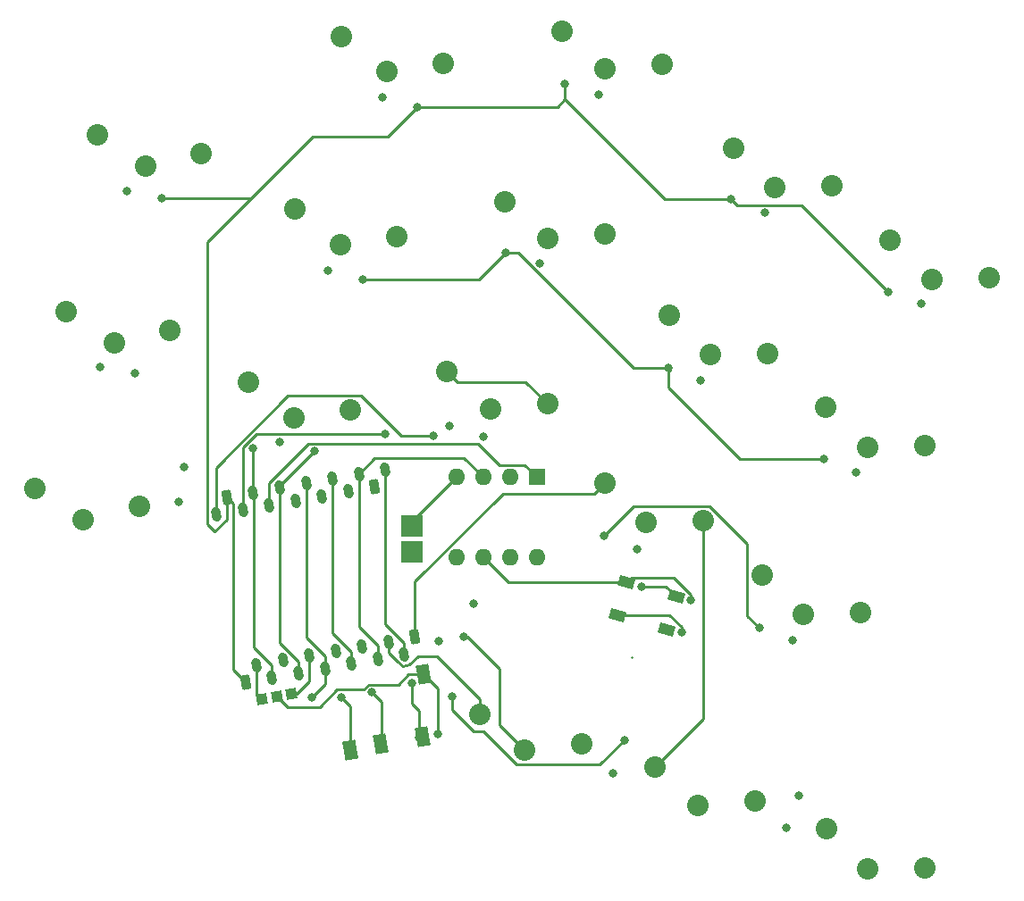
<source format=gbr>
%TF.GenerationSoftware,KiCad,Pcbnew,7.0.5*%
%TF.CreationDate,2023-06-17T18:52:54+04:00*%
%TF.ProjectId,KBD,4b42442e-6b69-4636-9164-5f7063625858,rev?*%
%TF.SameCoordinates,Original*%
%TF.FileFunction,Copper,L2,Bot*%
%TF.FilePolarity,Positive*%
%FSLAX46Y46*%
G04 Gerber Fmt 4.6, Leading zero omitted, Abs format (unit mm)*
G04 Created by KiCad (PCBNEW 7.0.5) date 2023-06-17 18:52:54*
%MOMM*%
%LPD*%
G01*
G04 APERTURE LIST*
G04 Aperture macros list*
%AMRoundRect*
0 Rectangle with rounded corners*
0 $1 Rounding radius*
0 $2 $3 $4 $5 $6 $7 $8 $9 X,Y pos of 4 corners*
0 Add a 4 corners polygon primitive as box body*
4,1,4,$2,$3,$4,$5,$6,$7,$8,$9,$2,$3,0*
0 Add four circle primitives for the rounded corners*
1,1,$1+$1,$2,$3*
1,1,$1+$1,$4,$5*
1,1,$1+$1,$6,$7*
1,1,$1+$1,$8,$9*
0 Add four rect primitives between the rounded corners*
20,1,$1+$1,$2,$3,$4,$5,0*
20,1,$1+$1,$4,$5,$6,$7,0*
20,1,$1+$1,$6,$7,$8,$9,0*
20,1,$1+$1,$8,$9,$2,$3,0*%
%AMHorizOval*
0 Thick line with rounded ends*
0 $1 width*
0 $2 $3 position (X,Y) of the first rounded end (center of the circle)*
0 $4 $5 position (X,Y) of the second rounded end (center of the circle)*
0 Add line between two ends*
20,1,$1,$2,$3,$4,$5,0*
0 Add two circle primitives to create the rounded ends*
1,1,$1,$2,$3*
1,1,$1,$4,$5*%
%AMRotRect*
0 Rectangle, with rotation*
0 The origin of the aperture is its center*
0 $1 length*
0 $2 width*
0 $3 Rotation angle, in degrees counterclockwise*
0 Add horizontal line*
21,1,$1,$2,0,0,$3*%
G04 Aperture macros list end*
%TA.AperFunction,ComponentPad*%
%ADD10C,2.032000*%
%TD*%
%TA.AperFunction,ComponentPad*%
%ADD11R,2.000000X2.000000*%
%TD*%
%TA.AperFunction,ComponentPad*%
%ADD12RoundRect,0.225000X-0.139099X-0.506855X0.304065X-0.428713X0.139099X0.506855X-0.304065X0.428713X0*%
%TD*%
%TA.AperFunction,ComponentPad*%
%ADD13HorizOval,0.900000X-0.043412X0.246202X0.043412X-0.246202X0*%
%TD*%
%TA.AperFunction,ComponentPad*%
%ADD14R,1.600000X1.600000*%
%TD*%
%TA.AperFunction,ComponentPad*%
%ADD15O,1.600000X1.600000*%
%TD*%
%TA.AperFunction,ComponentPad*%
%ADD16RoundRect,0.225000X0.139099X0.506855X-0.304065X0.428713X-0.139099X-0.506855X0.304065X-0.428713X0*%
%TD*%
%TA.AperFunction,SMDPad,CuDef*%
%ADD17RotRect,1.200000X1.810000X10.000000*%
%TD*%
%TA.AperFunction,SMDPad,CuDef*%
%ADD18RotRect,1.235000X1.810000X10.000000*%
%TD*%
%TA.AperFunction,SMDPad,CuDef*%
%ADD19RotRect,1.000000X1.000000X280.000000*%
%TD*%
%TA.AperFunction,SMDPad,CuDef*%
%ADD20RotRect,1.500000X1.000000X164.000000*%
%TD*%
%TA.AperFunction,ViaPad*%
%ADD21C,0.800000*%
%TD*%
%TA.AperFunction,Conductor*%
%ADD22C,0.250000*%
%TD*%
G04 APERTURE END LIST*
D10*
%TO.P,SW1,1,1*%
%TO.N,Net-(D1-A)*%
X224234883Y-73137258D03*
%TO.P,SW1,2,2*%
%TO.N,Column_1*%
X220319554Y-69384899D03*
X229655358Y-72968578D03*
%TD*%
%TO.P,SW13,1,1*%
%TO.N,Net-(D13-A)*%
X182420434Y-85366801D03*
%TO.P,SW13,2,2*%
%TO.N,Column_3*%
X178314087Y-81824498D03*
X187824652Y-84914668D03*
%TD*%
D11*
%TO.P,TP2,1,1*%
%TO.N,MCU_Bat+*%
X175006000Y-98933000D03*
%TD*%
D10*
%TO.P,SW5,1,1*%
%TO.N,Net-(D5-A)*%
X149745128Y-62371034D03*
%TO.P,SW5,2,2*%
%TO.N,Column_5*%
X145185750Y-59434697D03*
X155033828Y-61171178D03*
%TD*%
D12*
%TO.P,J1,1,Pin_1*%
%TO.N,Row_1*%
X159245000Y-111322000D03*
D13*
%TO.P,J1,2,Pin_2*%
%TO.N,Row_2*%
X161707019Y-110887880D03*
%TO.P,J1,3,Pin_3*%
%TO.N,Row_3*%
X164247823Y-110439867D03*
%TO.P,J1,4,Pin_4*%
%TO.N,Row_4*%
X166749235Y-109998801D03*
%TO.P,J1,5,Pin_5*%
%TO.N,SDA*%
X169250647Y-109557735D03*
%TO.P,J1,6,Pin_6*%
%TO.N,SCL*%
X171752058Y-109116668D03*
%TO.P,J1,7,Pin_7*%
%TO.N,Column_1*%
X174253470Y-108675602D03*
%TD*%
D10*
%TO.P,SW11,1,1*%
%TO.N,Net-(D11-A)*%
X212050373Y-104878992D03*
%TO.P,SW11,2,2*%
%TO.N,Column_1*%
X208135044Y-101126633D03*
X217470848Y-104710312D03*
%TD*%
%TO.P,SW17,1,1*%
%TO.N,Net-(D17-A)*%
X202067796Y-122950935D03*
%TO.P,SW17,2,2*%
%TO.N,Column_2*%
X198023896Y-119337505D03*
X207479082Y-122593186D03*
%TD*%
%TO.P,SW4,1,1*%
%TO.N,Net-(D4-A)*%
X172585493Y-53372126D03*
%TO.P,SW4,2,2*%
%TO.N,Column_4*%
X168299383Y-50049587D03*
X177958642Y-52637777D03*
%TD*%
%TO.P,SW10,1,1*%
%TO.N,Net-(D10-A)*%
X146793109Y-79112765D03*
%TO.P,SW10,2,2*%
%TO.N,Column_5*%
X142233731Y-76176428D03*
X152081809Y-77912909D03*
%TD*%
%TO.P,SW7,1,1*%
%TO.N,Net-(D7-A)*%
X203287138Y-80270726D03*
%TO.P,SW7,2,2*%
%TO.N,Column_2*%
X199371809Y-76518367D03*
X208707613Y-80102046D03*
%TD*%
%TO.P,SW16,1,1*%
%TO.N,Net-(D16-A)*%
X218153136Y-128992945D03*
%TO.P,SW16,2,2*%
%TO.N,Column_1*%
X214303891Y-125172826D03*
X223575729Y-128918892D03*
%TD*%
D11*
%TO.P,TP1,1,1*%
%TO.N,Bat+*%
X175006000Y-96520000D03*
%TD*%
D10*
%TO.P,SW3,1,1*%
%TO.N,Net-(D3-A)*%
X193307434Y-53154486D03*
%TO.P,SW3,2,2*%
%TO.N,Column_3*%
X189201087Y-49612183D03*
X198711652Y-52702353D03*
%TD*%
%TO.P,SW18,1,1*%
%TO.N,Net-(D18-A)*%
X185688285Y-117759047D03*
%TO.P,SW18,2,2*%
%TO.N,Column_3*%
X181460815Y-114362211D03*
X191073432Y-117118584D03*
%TD*%
%TO.P,SW9,1,1*%
%TO.N,Net-(D9-A)*%
X168185568Y-69792865D03*
%TO.P,SW9,2,2*%
%TO.N,Column_4*%
X163899458Y-66470326D03*
X173558717Y-69058516D03*
%TD*%
D14*
%TO.P,SW19,1*%
%TO.N,3.3V*%
X186807000Y-91863500D03*
D15*
%TO.P,SW19,2*%
%TO.N,5V*%
X184267000Y-91863500D03*
%TO.P,SW19,3*%
%TO.N,SCL*%
X181727000Y-91863500D03*
%TO.P,SW19,4*%
%TO.N,Bat+*%
X179187000Y-91863500D03*
%TO.P,SW19,5*%
%TO.N,MCU_Bat+*%
X179187000Y-99483500D03*
%TO.P,SW19,6*%
%TO.N,LED_IN*%
X181727000Y-99483500D03*
%TO.P,SW19,7*%
%TO.N,LED_PWR*%
X184267000Y-99483500D03*
%TO.P,SW19,8*%
X186807000Y-99483500D03*
%TD*%
D10*
%TO.P,SW6,1,1*%
%TO.N,Net-(D6-A)*%
X218142629Y-89008125D03*
%TO.P,SW6,2,2*%
%TO.N,Column_1*%
X214227300Y-85255766D03*
X223563104Y-88839445D03*
%TD*%
%TO.P,SW2,1,1*%
%TO.N,Net-(D2-A)*%
X209379393Y-64399859D03*
%TO.P,SW2,2,2*%
%TO.N,Column_2*%
X205464064Y-60647500D03*
X214799868Y-64231179D03*
%TD*%
%TO.P,SW14,1,1*%
%TO.N,Net-(D14-A)*%
X163785645Y-86213604D03*
%TO.P,SW14,2,2*%
%TO.N,Column_4*%
X159499535Y-82891065D03*
X169158794Y-85479255D03*
%TD*%
D16*
%TO.P,J2,1,Pin_1*%
%TO.N,Column_2*%
X171453470Y-92775602D03*
D13*
%TO.P,J2,2,Pin_2*%
%TO.N,Column_3*%
X168952058Y-93216668D03*
%TO.P,J2,3,Pin_3*%
%TO.N,Column_4*%
X166450647Y-93657735D03*
%TO.P,J2,4,Pin_4*%
%TO.N,Column_5*%
X163949235Y-94098801D03*
%TO.P,J2,5,Pin_5*%
%TO.N,3.3V*%
X161447823Y-94539867D03*
%TO.P,J2,6,Pin_6*%
%TO.N,0V*%
X158946412Y-94980934D03*
%TO.P,J2,7,Pin_7*%
%TO.N,5V*%
X156445000Y-95422000D03*
%TD*%
D10*
%TO.P,SW15,1,1*%
%TO.N,Net-(D15-A)*%
X143841090Y-95854498D03*
%TO.P,SW15,2,2*%
%TO.N,Column_5*%
X139281712Y-92918161D03*
X149129790Y-94654642D03*
%TD*%
%TO.P,SW8,1,1*%
%TO.N,Net-(D8-A)*%
X187863933Y-69260644D03*
%TO.P,SW8,2,2*%
%TO.N,Column_3*%
X183757586Y-65718341D03*
X193268151Y-68808511D03*
%TD*%
%TO.P,SW12,1,1*%
%TO.N,Net-(D12-A)*%
X197194882Y-96141594D03*
%TO.P,SW12,2,2*%
%TO.N,Column_2*%
X193279553Y-92389235D03*
X202615357Y-95972914D03*
%TD*%
D17*
%TO.P,J3,R1*%
%TO.N,SDA*%
X172047919Y-117182822D03*
D18*
%TO.P,J3,R2*%
%TO.N,0V*%
X169110728Y-117700728D03*
D17*
%TO.P,J3,S*%
%TO.N,I2CPullUp*%
X176061542Y-110575483D03*
%TO.P,J3,T*%
%TO.N,SCL*%
X175987150Y-116488229D03*
%TD*%
D19*
%TO.P,TP5,1,1*%
%TO.N,I2CPullUp*%
X162179000Y-112649000D03*
%TD*%
%TO.P,TP4,1,1*%
%TO.N,3.3V*%
X163554777Y-112406413D03*
%TD*%
D16*
%TO.P,J2,1,Pin_1*%
%TO.N,Column_2*%
X175264650Y-107015370D03*
D13*
%TO.P,J2,2,Pin_2*%
%TO.N,Column_3*%
X172763238Y-107456436D03*
%TO.P,J2,3,Pin_3*%
%TO.N,Column_4*%
X170261827Y-107897503D03*
%TO.P,J2,4,Pin_4*%
%TO.N,Column_5*%
X167760415Y-108338569D03*
%TO.P,J2,5,Pin_5*%
%TO.N,3.3V*%
X165259003Y-108779635D03*
%TO.P,J2,6,Pin_6*%
%TO.N,0V*%
X162757592Y-109220702D03*
%TO.P,J2,7,Pin_7*%
%TO.N,5V*%
X160256180Y-109661768D03*
%TD*%
D19*
%TO.P,TP3,1,1*%
%TO.N,5V*%
X160799285Y-112892280D03*
%TD*%
D20*
%TO.P,D20,1,VDD*%
%TO.N,LED_PWR*%
X200036182Y-103204623D03*
%TO.P,D20,2,DOUT*%
%TO.N,unconnected-(D20-DOUT-Pad2)*%
X199154142Y-106280660D03*
%TO.P,D20,3,VSS*%
%TO.N,0V*%
X194443960Y-104930037D03*
%TO.P,D20,4,DIN*%
%TO.N,LED_IN*%
X195326000Y-101854000D03*
%TD*%
D12*
%TO.P,J1,1,Pin_1*%
%TO.N,Row_1*%
X157449200Y-93763000D03*
D13*
%TO.P,J1,2,Pin_2*%
%TO.N,Row_2*%
X159911219Y-93328880D03*
%TO.P,J1,3,Pin_3*%
%TO.N,Row_3*%
X162452023Y-92880867D03*
%TO.P,J1,4,Pin_4*%
%TO.N,Row_4*%
X164953435Y-92439801D03*
%TO.P,J1,5,Pin_5*%
%TO.N,SDA*%
X167454847Y-91998735D03*
%TO.P,J1,6,Pin_6*%
%TO.N,SCL*%
X169956258Y-91557668D03*
%TO.P,J1,7,Pin_7*%
%TO.N,Column_1*%
X172457670Y-91116602D03*
%TD*%
D21*
%TO.N,Row_1*%
X220091000Y-74295000D03*
X205232000Y-65532000D03*
X151257000Y-65405000D03*
X175514000Y-56769000D03*
X189484000Y-54610000D03*
%TO.N,Row_2*%
X199263000Y-81534000D03*
X213995000Y-90170000D03*
X183896000Y-70612000D03*
X170307000Y-73152000D03*
X148717000Y-82042000D03*
X159893000Y-89154000D03*
%TO.N,Row_3*%
X207899000Y-106172000D03*
X178562000Y-86995000D03*
X193167000Y-97409000D03*
X165735000Y-89408000D03*
X153416000Y-90932000D03*
%TO.N,Row_4*%
X195142800Y-116775400D03*
X178816000Y-112649000D03*
X211678200Y-122058600D03*
X165481000Y-112776000D03*
X180817200Y-103846800D03*
%TO.N,Net-(D1-A)*%
X223266000Y-75438000D03*
%TO.N,Net-(D2-A)*%
X208407000Y-66802000D03*
%TO.N,Net-(D3-A)*%
X192659000Y-55626000D03*
%TO.N,Net-(D4-A)*%
X172212000Y-55880000D03*
%TO.N,Net-(D5-A)*%
X147955000Y-64770000D03*
%TO.N,Net-(D6-A)*%
X217043000Y-91440000D03*
%TO.N,Net-(D7-A)*%
X202311000Y-82677000D03*
%TO.N,Net-(D8-A)*%
X187071000Y-71628000D03*
%TO.N,Net-(D9-A)*%
X167005000Y-72263000D03*
%TO.N,Net-(D10-A)*%
X145415000Y-81407000D03*
%TO.N,Net-(D11-A)*%
X211074000Y-107315000D03*
%TO.N,Net-(D12-A)*%
X196342000Y-98679000D03*
%TO.N,Net-(D13-A)*%
X181737000Y-88011000D03*
%TO.N,Net-(D14-A)*%
X162433000Y-88519000D03*
%TO.N,Net-(D15-A)*%
X152908000Y-94234000D03*
%TO.N,Net-(D16-A)*%
X210484400Y-125132000D03*
%TO.N,Net-(D17-A)*%
X194076000Y-119925000D03*
%TO.N,Net-(D18-A)*%
X179928200Y-107021800D03*
%TO.N,SDA*%
X171196000Y-112268000D03*
X172085000Y-117221000D03*
%TO.N,SCL*%
X174980149Y-111350251D03*
X175641000Y-116586000D03*
%TO.N,5V*%
X177038000Y-87958500D03*
%TO.N,0V*%
X200533000Y-106553000D03*
X168275000Y-112776000D03*
X169164000Y-117729000D03*
X172466000Y-87757000D03*
%TO.N,LED_IN*%
X201422000Y-103505000D03*
%TO.N,I2CPullUp*%
X177546000Y-107442000D03*
X177419000Y-116205000D03*
%TO.N,LED_PWR*%
X196723000Y-102235000D03*
%TD*%
D22*
%TO.N,*%
X195803200Y-108926800D02*
X195803200Y-108935200D01*
%TO.N,Row_1*%
X172726721Y-59556279D02*
X175514000Y-56769000D01*
X158033400Y-110110400D02*
X158033400Y-94347200D01*
X198982687Y-65532000D02*
X189484000Y-56033313D01*
X157449200Y-95865612D02*
X156286812Y-97028000D01*
X205232000Y-65532000D02*
X198982687Y-65532000D01*
X165570121Y-59556279D02*
X172726721Y-59556279D01*
X205777000Y-66077000D02*
X205232000Y-65532000D01*
X159245000Y-111322000D02*
X158033400Y-110110400D01*
X156286812Y-97028000D02*
X155582618Y-96323806D01*
X155582618Y-96323806D02*
X155582618Y-69543782D01*
X211873000Y-66077000D02*
X205777000Y-66077000D01*
X159721400Y-65405000D02*
X165570121Y-59556279D01*
X188748313Y-56769000D02*
X189484000Y-56033313D01*
X189484000Y-56033313D02*
X189484000Y-54610000D01*
X220091000Y-74295000D02*
X211873000Y-66077000D01*
X175514000Y-56769000D02*
X188748313Y-56769000D01*
X157449200Y-93763000D02*
X157449200Y-95865612D01*
X155582618Y-69543782D02*
X159807200Y-65319200D01*
X158033400Y-94347200D02*
X157449200Y-93763000D01*
X151257000Y-65405000D02*
X159721400Y-65405000D01*
%TO.N,Row_2*%
X159911219Y-93328880D02*
X159911219Y-89172219D01*
X199453500Y-81724500D02*
X199263000Y-81534000D01*
X161707019Y-110887880D02*
X161707019Y-109700519D01*
X160020000Y-93437661D02*
X159911219Y-93328880D01*
X160020000Y-108013500D02*
X160020000Y-93437661D01*
X213995000Y-90170000D02*
X206043786Y-90170000D01*
X185029695Y-70612000D02*
X183896000Y-70612000D01*
X181356000Y-73152000D02*
X183896000Y-70612000D01*
X199263000Y-81534000D02*
X195951695Y-81534000D01*
X170307000Y-73152000D02*
X181356000Y-73152000D01*
X199263000Y-83389214D02*
X199263000Y-81534000D01*
X159911219Y-89172219D02*
X159893000Y-89154000D01*
X195951695Y-81534000D02*
X185029695Y-70612000D01*
X161707019Y-109700519D02*
X160020000Y-108013500D01*
X206043786Y-90170000D02*
X199263000Y-83389214D01*
%TO.N,Row_3*%
X162452023Y-92690977D02*
X162452023Y-92880867D01*
X195944086Y-94631914D02*
X193167000Y-97409000D01*
X165735000Y-89408000D02*
X162452023Y-92690977D01*
X203216914Y-94631914D02*
X195944086Y-94631914D01*
X164247823Y-110439867D02*
X164211000Y-110403044D01*
X193213237Y-97455237D02*
X193167000Y-97409000D01*
X207899000Y-106172000D02*
X206756000Y-105029000D01*
X164211000Y-110403044D02*
X164211000Y-109347000D01*
X164211000Y-109347000D02*
X162452023Y-107588023D01*
X162452023Y-107588023D02*
X162452023Y-92880867D01*
X206756000Y-98171000D02*
X203216914Y-94631914D01*
X206756000Y-105029000D02*
X206756000Y-98171000D01*
X153416000Y-90932000D02*
X153524500Y-91040500D01*
X193213253Y-97455221D02*
G75*
G03*
X193324864Y-97501475I111647J111621D01*
G01*
%TO.N,Row_4*%
X164953435Y-107075973D02*
X164953435Y-92439801D01*
X178816000Y-112649000D02*
X178816000Y-113919000D01*
X178816000Y-113919000D02*
X180848000Y-115951000D01*
X184912000Y-119126000D02*
X192792200Y-119126000D01*
X166749235Y-109998801D02*
X166749235Y-108871773D01*
X181737000Y-115951000D02*
X184912000Y-119126000D01*
X166749235Y-108871773D02*
X164953435Y-107075973D01*
X166749235Y-111507765D02*
X165481000Y-112776000D01*
X180848000Y-115951000D02*
X181737000Y-115951000D01*
X166749235Y-109998801D02*
X166749235Y-111507765D01*
X192792200Y-119126000D02*
X195142800Y-116775400D01*
X167095000Y-110326000D02*
X166751000Y-109982000D01*
%TO.N,Column_1*%
X172457670Y-105782670D02*
X172457670Y-91116602D01*
X174253470Y-108675602D02*
X174253470Y-107578470D01*
X174253470Y-107578470D02*
X172457670Y-105782670D01*
%TO.N,Column_2*%
X192263554Y-93405234D02*
X183581766Y-93405234D01*
X183581766Y-93405234D02*
X175264650Y-101722350D01*
X193279553Y-92389235D02*
X192263554Y-93405234D01*
X202615357Y-114746044D02*
X202615357Y-95972914D01*
X175264650Y-101722350D02*
X175264650Y-107015370D01*
X198023896Y-119337505D02*
X202615357Y-114746044D01*
%TO.N,Column_3*%
X175537884Y-108839000D02*
X174747598Y-109629286D01*
X181460815Y-112925371D02*
X177374444Y-108839000D01*
X172763238Y-108546358D02*
X172763238Y-107456436D01*
X178314087Y-81824498D02*
X179330086Y-82840497D01*
X174747598Y-109629286D02*
X174115320Y-109740774D01*
X174115320Y-109740774D02*
X173589400Y-109372520D01*
X181460815Y-114362211D02*
X181460815Y-112925371D01*
X185750481Y-82840497D02*
X187824652Y-84914668D01*
X177374444Y-108839000D02*
X175537884Y-108839000D01*
X179330086Y-82840497D02*
X185750481Y-82840497D01*
X173589400Y-109372520D02*
X172763238Y-108546358D01*
%TO.N,Net-(D18-A)*%
X179928200Y-107021800D02*
X180211492Y-107021800D01*
X180211492Y-107021800D02*
X183253506Y-110063814D01*
X183253506Y-115324268D02*
X185688285Y-117759047D01*
X183253506Y-110063814D02*
X183253506Y-115324268D01*
%TO.N,SDA*%
X171196000Y-112268000D02*
X172085000Y-113157000D01*
X169250647Y-109557735D02*
X169250647Y-108417647D01*
X172085000Y-113157000D02*
X172085000Y-117221000D01*
X167454847Y-106621847D02*
X167454847Y-91998735D01*
X169250647Y-108417647D02*
X167454847Y-106621847D01*
%TO.N,SCL*%
X174980149Y-113373795D02*
X175641000Y-114034646D01*
X175641000Y-114034646D02*
X175641000Y-116586000D01*
X169956258Y-91557668D02*
X171462496Y-90051430D01*
X179914930Y-90051430D02*
X181727000Y-91863500D01*
X169956258Y-106075258D02*
X169956258Y-91557668D01*
X171752058Y-107871058D02*
X169956258Y-106075258D01*
X171462496Y-90051430D02*
X179914930Y-90051430D01*
X174980149Y-111350251D02*
X174980149Y-113373795D01*
X171752058Y-109116668D02*
X171752058Y-107871058D01*
%TO.N,5V*%
X163247044Y-84138255D02*
X156445000Y-90940299D01*
X170158845Y-84138255D02*
X173979090Y-87958500D01*
X173979090Y-87958500D02*
X177038000Y-87958500D01*
X160256180Y-112349175D02*
X160799285Y-112892280D01*
X169863255Y-84138255D02*
X170158845Y-84138255D01*
X156445000Y-90940299D02*
X156445000Y-95422000D01*
X160256180Y-109661768D02*
X160256180Y-112349175D01*
X169863255Y-84138255D02*
X163247044Y-84138255D01*
%TO.N,0V*%
X200533000Y-106067230D02*
X200533000Y-106553000D01*
X194443960Y-104930037D02*
X199395807Y-104930037D01*
X169110728Y-113611728D02*
X169110728Y-117700728D01*
X158946412Y-89075283D02*
X160264695Y-87757000D01*
X168275000Y-112776000D02*
X169110728Y-113611728D01*
X158946412Y-94980934D02*
X158946412Y-89075283D01*
X199395807Y-104930037D02*
X200533000Y-106067230D01*
X160264695Y-87757000D02*
X172466000Y-87757000D01*
%TO.N,LED_IN*%
X195797000Y-101383000D02*
X195326000Y-101854000D01*
X199806847Y-101383000D02*
X195797000Y-101383000D01*
X195326000Y-101854000D02*
X184097500Y-101854000D01*
X184097500Y-101854000D02*
X181727000Y-99483500D01*
X201422000Y-103505000D02*
X201422000Y-102998153D01*
X201422000Y-102998153D02*
X199806847Y-101383000D01*
%TO.N,Bat+*%
X175006000Y-96044500D02*
X175006000Y-96774000D01*
X175038500Y-96012000D02*
X175006000Y-96012000D01*
X175006000Y-96044500D02*
X175006000Y-96520000D01*
X179187000Y-91863500D02*
X175006000Y-96044500D01*
%TO.N,3.3V*%
X165259003Y-111209900D02*
X165259003Y-108779635D01*
X161447823Y-94539867D02*
X161447823Y-92437255D01*
X183321500Y-90738500D02*
X185682000Y-90738500D01*
X181266000Y-88683000D02*
X183321500Y-90738500D01*
X161447823Y-92437255D02*
X165202078Y-88683000D01*
X165202078Y-88683000D02*
X181266000Y-88683000D01*
X163554777Y-112406413D02*
X164062490Y-112406413D01*
X164062490Y-112406413D02*
X165259003Y-111209900D01*
X185682000Y-90738500D02*
X186807000Y-91863500D01*
%TO.N,I2CPullUp*%
X167894000Y-112014000D02*
X170424695Y-112014000D01*
X162179000Y-112649000D02*
X163195000Y-113665000D01*
X174666517Y-110575483D02*
X176061542Y-110575483D01*
X166243000Y-113665000D02*
X167894000Y-112014000D01*
X176061542Y-110575483D02*
X177419000Y-111932941D01*
X175595059Y-110109000D02*
X176061542Y-110575483D01*
X170895695Y-111543000D02*
X173699000Y-111543000D01*
X163195000Y-113665000D02*
X166243000Y-113665000D01*
X173699000Y-111543000D02*
X174666517Y-110575483D01*
X170424695Y-112014000D02*
X170895695Y-111543000D01*
X177419000Y-111932941D02*
X177419000Y-116205000D01*
%TO.N,LED_PWR*%
X199066559Y-102235000D02*
X200036182Y-103204623D01*
X196723000Y-102235000D02*
X199066559Y-102235000D01*
%TD*%
M02*

</source>
